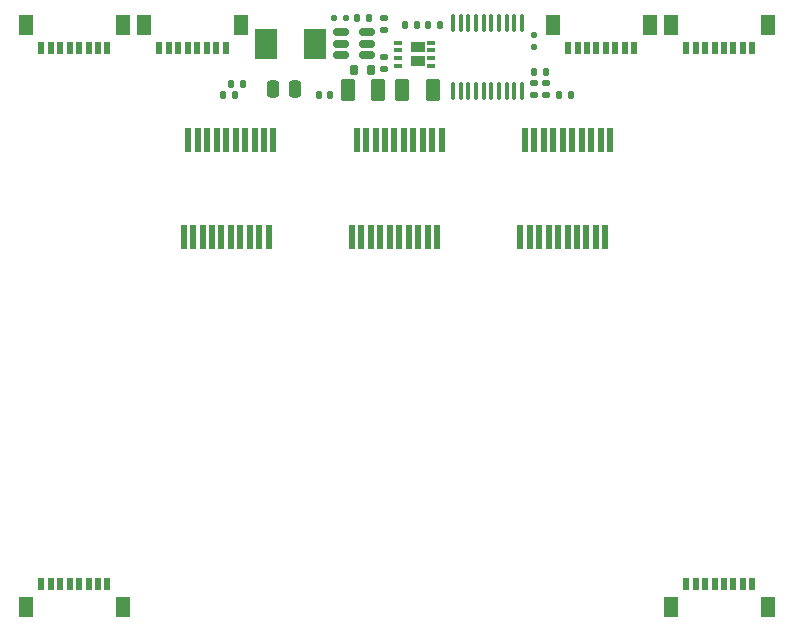
<source format=gbp>
G04 #@! TF.GenerationSoftware,KiCad,Pcbnew,8.0.5*
G04 #@! TF.CreationDate,2026-01-30T21:43:25+07:00*
G04 #@! TF.ProjectId,RouterCoreBaseRevA,526f7574-6572-4436-9f72-654261736552,rev?*
G04 #@! TF.SameCoordinates,PX2793d60PY5cfbb60*
G04 #@! TF.FileFunction,Paste,Bot*
G04 #@! TF.FilePolarity,Positive*
%FSLAX46Y46*%
G04 Gerber Fmt 4.6, Leading zero omitted, Abs format (unit mm)*
G04 Created by KiCad (PCBNEW 8.0.5) date 2026-01-30 21:43:25*
%MOMM*%
%LPD*%
G01*
G04 APERTURE LIST*
G04 Aperture macros list*
%AMRoundRect*
0 Rectangle with rounded corners*
0 $1 Rounding radius*
0 $2 $3 $4 $5 $6 $7 $8 $9 X,Y pos of 4 corners*
0 Add a 4 corners polygon primitive as box body*
4,1,4,$2,$3,$4,$5,$6,$7,$8,$9,$2,$3,0*
0 Add four circle primitives for the rounded corners*
1,1,$1+$1,$2,$3*
1,1,$1+$1,$4,$5*
1,1,$1+$1,$6,$7*
1,1,$1+$1,$8,$9*
0 Add four rect primitives between the rounded corners*
20,1,$1+$1,$2,$3,$4,$5,0*
20,1,$1+$1,$4,$5,$6,$7,0*
20,1,$1+$1,$6,$7,$8,$9,0*
20,1,$1+$1,$8,$9,$2,$3,0*%
G04 Aperture macros list end*
%ADD10RoundRect,0.135000X0.185000X-0.135000X0.185000X0.135000X-0.185000X0.135000X-0.185000X-0.135000X0*%
%ADD11R,0.500000X2.000000*%
%ADD12R,1.150000X0.925000*%
%ADD13R,0.700000X0.420000*%
%ADD14R,0.500000X1.000000*%
%ADD15R,1.200000X1.700000*%
%ADD16RoundRect,0.125000X0.125000X0.155000X-0.125000X0.155000X-0.125000X-0.155000X0.125000X-0.155000X0*%
%ADD17RoundRect,0.125000X0.155000X-0.125000X0.155000X0.125000X-0.155000X0.125000X-0.155000X-0.125000X0*%
%ADD18RoundRect,0.120000X0.480000X0.780000X-0.480000X0.780000X-0.480000X-0.780000X0.480000X-0.780000X0*%
%ADD19RoundRect,0.135000X0.135000X0.185000X-0.135000X0.185000X-0.135000X-0.185000X0.135000X-0.185000X0*%
%ADD20RoundRect,0.150000X0.512500X0.150000X-0.512500X0.150000X-0.512500X-0.150000X0.512500X-0.150000X0*%
%ADD21RoundRect,0.147500X-0.147500X-0.172500X0.147500X-0.172500X0.147500X0.172500X-0.147500X0.172500X0*%
%ADD22RoundRect,0.250000X-0.250000X-0.475000X0.250000X-0.475000X0.250000X0.475000X-0.250000X0.475000X0*%
%ADD23RoundRect,0.100000X0.100000X-0.637500X0.100000X0.637500X-0.100000X0.637500X-0.100000X-0.637500X0*%
%ADD24RoundRect,0.135000X-0.135000X-0.185000X0.135000X-0.185000X0.135000X0.185000X-0.135000X0.185000X0*%
%ADD25RoundRect,0.135000X-0.185000X0.135000X-0.185000X-0.135000X0.185000X-0.135000X0.185000X0.135000X0*%
%ADD26R,1.900000X2.500000*%
%ADD27RoundRect,0.120000X-0.480000X-0.780000X0.480000X-0.780000X0.480000X0.780000X-0.480000X0.780000X0*%
%ADD28RoundRect,0.150000X0.225000X0.300000X-0.225000X0.300000X-0.225000X-0.300000X0.225000X-0.300000X0*%
G04 APERTURE END LIST*
D10*
X31400000Y46915000D03*
X31400000Y47935000D03*
D11*
X35900000Y32650000D03*
X35100000Y32650000D03*
X34300000Y32650000D03*
X33500000Y32650000D03*
X32700000Y32650000D03*
X31900000Y32650000D03*
X31100000Y32650000D03*
X30300000Y32650000D03*
X29500000Y32650000D03*
X28700000Y32650000D03*
X29100000Y40850000D03*
X29900000Y40850000D03*
X30700000Y40850000D03*
X31500000Y40850000D03*
X32300000Y40850000D03*
X33100000Y40850000D03*
X33900000Y40850000D03*
X34700000Y40850000D03*
X35500000Y40850000D03*
X36300000Y40850000D03*
D12*
X34325000Y48712500D03*
X34325000Y47587500D03*
D13*
X32600000Y47175000D03*
X32600000Y47825000D03*
X32600000Y48475000D03*
X32600000Y49125000D03*
X35400000Y49125000D03*
X35400000Y48475000D03*
X35400000Y47825000D03*
X35400000Y47175000D03*
D14*
X57000000Y48700000D03*
X57800000Y48700000D03*
X58600000Y48700000D03*
X59400000Y48700000D03*
X60200000Y48700000D03*
X61000000Y48700000D03*
X61800000Y48700000D03*
X62600000Y48700000D03*
D15*
X55700000Y50650000D03*
X63900000Y50650000D03*
D10*
X31400000Y50190000D03*
X31400000Y51210000D03*
D16*
X28185000Y51175000D03*
X27215000Y51175000D03*
D17*
X44150000Y48790000D03*
X44150000Y49760000D03*
D18*
X30925000Y45075000D03*
X28325000Y45075000D03*
D19*
X34210000Y50650000D03*
X33190000Y50650000D03*
D14*
X12400000Y48700000D03*
X13200000Y48700000D03*
X14000000Y48700000D03*
X14800000Y48700000D03*
X15600000Y48700000D03*
X16400000Y48700000D03*
X17200000Y48700000D03*
X18000000Y48700000D03*
D15*
X11100000Y50650000D03*
X19300000Y50650000D03*
D19*
X19460000Y45625000D03*
X18440000Y45625000D03*
D20*
X30012500Y50000000D03*
X30012500Y49050000D03*
X30012500Y48100000D03*
X27737500Y48100000D03*
X27737500Y49050000D03*
X27737500Y50000000D03*
D11*
X50150000Y32650000D03*
X49350000Y32650000D03*
X48550000Y32650000D03*
X47750000Y32650000D03*
X46950000Y32650000D03*
X46150000Y32650000D03*
X45350000Y32650000D03*
X44550000Y32650000D03*
X43750000Y32650000D03*
X42950000Y32650000D03*
X43350000Y40850000D03*
X44150000Y40850000D03*
X44950000Y40850000D03*
X45750000Y40850000D03*
X46550000Y40850000D03*
X47350000Y40850000D03*
X48150000Y40850000D03*
X48950000Y40850000D03*
X49750000Y40850000D03*
X50550000Y40850000D03*
D21*
X17790000Y44675000D03*
X18760000Y44675000D03*
D10*
X44150000Y44665000D03*
X44150000Y45685000D03*
D22*
X22000000Y45200000D03*
X23900000Y45200000D03*
D23*
X43100000Y45037500D03*
X42450000Y45037500D03*
X41800000Y45037500D03*
X41150000Y45037500D03*
X40500000Y45037500D03*
X39850000Y45037500D03*
X39200000Y45037500D03*
X38550000Y45037500D03*
X37900000Y45037500D03*
X37250000Y45037500D03*
X37250000Y50762500D03*
X37900000Y50762500D03*
X38550000Y50762500D03*
X39200000Y50762500D03*
X39850000Y50762500D03*
X40500000Y50762500D03*
X41150000Y50762500D03*
X41800000Y50762500D03*
X42450000Y50762500D03*
X43100000Y50762500D03*
D14*
X62600000Y3300000D03*
X61800000Y3300000D03*
X61000000Y3300000D03*
X60200000Y3300000D03*
X59400000Y3300000D03*
X58600000Y3300000D03*
X57800000Y3300000D03*
X57000000Y3300000D03*
D15*
X63900000Y1350000D03*
X55700000Y1350000D03*
D24*
X29140000Y51175000D03*
X30160000Y51175000D03*
D14*
X47000000Y48700000D03*
X47800000Y48700000D03*
X48600000Y48700000D03*
X49400000Y48700000D03*
X50200000Y48700000D03*
X51000000Y48700000D03*
X51800000Y48700000D03*
X52600000Y48700000D03*
D15*
X45700000Y50650000D03*
X53900000Y50650000D03*
D25*
X45100000Y45685000D03*
X45100000Y44665000D03*
D26*
X25550000Y49050000D03*
X21450000Y49050000D03*
D21*
X46265000Y44675000D03*
X47235000Y44675000D03*
D14*
X2400000Y48700000D03*
X3200000Y48700000D03*
X4000000Y48700000D03*
X4800000Y48700000D03*
X5600000Y48700000D03*
X6400000Y48700000D03*
X7200000Y48700000D03*
X8000000Y48700000D03*
D15*
X1100000Y50650000D03*
X9300000Y50650000D03*
D21*
X25890000Y44675000D03*
X26860000Y44675000D03*
D14*
X8000000Y3300000D03*
X7200000Y3300000D03*
X6400000Y3300000D03*
X5600000Y3300000D03*
X4800000Y3300000D03*
X4000000Y3300000D03*
X3200000Y3300000D03*
X2400000Y3300000D03*
D15*
X9300000Y1350000D03*
X1100000Y1350000D03*
D24*
X44140000Y46600000D03*
X45160000Y46600000D03*
D11*
X21650000Y32650000D03*
X20850000Y32650000D03*
X20050000Y32650000D03*
X19250000Y32650000D03*
X18450000Y32650000D03*
X17650000Y32650000D03*
X16850000Y32650000D03*
X16050000Y32650000D03*
X15250000Y32650000D03*
X14450000Y32650000D03*
X14850000Y40850000D03*
X15650000Y40850000D03*
X16450000Y40850000D03*
X17250000Y40850000D03*
X18050000Y40850000D03*
X18850000Y40850000D03*
X19650000Y40850000D03*
X20450000Y40850000D03*
X21250000Y40850000D03*
X22050000Y40850000D03*
D27*
X32950000Y45075000D03*
X35550000Y45075000D03*
D24*
X35165000Y50650000D03*
X36185000Y50650000D03*
D28*
X30275000Y46800000D03*
X28875000Y46800000D03*
M02*

</source>
